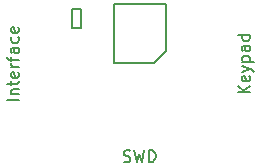
<source format=gbr>
G04 #@! TF.FileFunction,Other,Fab,Top*
%FSLAX46Y46*%
G04 Gerber Fmt 4.6, Leading zero omitted, Abs format (unit mm)*
G04 Created by KiCad (PCBNEW (2016-11-25 revision 30df041)-master) date Sun Nov 27 00:56:35 2016*
%MOMM*%
%LPD*%
G01*
G04 APERTURE LIST*
%ADD10C,0.100000*%
%ADD11C,0.150000*%
G04 APERTURE END LIST*
D10*
D11*
X142856000Y-98590000D02*
X142856000Y-96990000D01*
X142856000Y-96990000D02*
X143656000Y-96990000D01*
X143656000Y-96990000D02*
X143656000Y-98590000D01*
X143656000Y-98590000D02*
X142856000Y-98590000D01*
X150790000Y-100560000D02*
X149790000Y-101560000D01*
X150790000Y-96560000D02*
X150790000Y-100560000D01*
X146390000Y-96560000D02*
X150790000Y-96560000D01*
X146390000Y-101560000D02*
X146390000Y-96560000D01*
X149790000Y-101560000D02*
X146390000Y-101560000D01*
X157932380Y-104028571D02*
X156932380Y-104028571D01*
X157932380Y-103457142D02*
X157360952Y-103885714D01*
X156932380Y-103457142D02*
X157503809Y-104028571D01*
X157884761Y-102647619D02*
X157932380Y-102742857D01*
X157932380Y-102933333D01*
X157884761Y-103028571D01*
X157789523Y-103076190D01*
X157408571Y-103076190D01*
X157313333Y-103028571D01*
X157265714Y-102933333D01*
X157265714Y-102742857D01*
X157313333Y-102647619D01*
X157408571Y-102600000D01*
X157503809Y-102600000D01*
X157599047Y-103076190D01*
X157265714Y-102266666D02*
X157932380Y-102028571D01*
X157265714Y-101790476D02*
X157932380Y-102028571D01*
X158170476Y-102123809D01*
X158218095Y-102171428D01*
X158265714Y-102266666D01*
X157265714Y-101409523D02*
X158265714Y-101409523D01*
X157313333Y-101409523D02*
X157265714Y-101314285D01*
X157265714Y-101123809D01*
X157313333Y-101028571D01*
X157360952Y-100980952D01*
X157456190Y-100933333D01*
X157741904Y-100933333D01*
X157837142Y-100980952D01*
X157884761Y-101028571D01*
X157932380Y-101123809D01*
X157932380Y-101314285D01*
X157884761Y-101409523D01*
X157932380Y-100076190D02*
X157408571Y-100076190D01*
X157313333Y-100123809D01*
X157265714Y-100219047D01*
X157265714Y-100409523D01*
X157313333Y-100504761D01*
X157884761Y-100076190D02*
X157932380Y-100171428D01*
X157932380Y-100409523D01*
X157884761Y-100504761D01*
X157789523Y-100552380D01*
X157694285Y-100552380D01*
X157599047Y-100504761D01*
X157551428Y-100409523D01*
X157551428Y-100171428D01*
X157503809Y-100076190D01*
X157932380Y-99171428D02*
X156932380Y-99171428D01*
X157884761Y-99171428D02*
X157932380Y-99266666D01*
X157932380Y-99457142D01*
X157884761Y-99552380D01*
X157837142Y-99600000D01*
X157741904Y-99647619D01*
X157456190Y-99647619D01*
X157360952Y-99600000D01*
X157313333Y-99552380D01*
X157265714Y-99457142D01*
X157265714Y-99266666D01*
X157313333Y-99171428D01*
X138374380Y-104671428D02*
X137374380Y-104671428D01*
X137707714Y-104195238D02*
X138374380Y-104195238D01*
X137802952Y-104195238D02*
X137755333Y-104147619D01*
X137707714Y-104052380D01*
X137707714Y-103909523D01*
X137755333Y-103814285D01*
X137850571Y-103766666D01*
X138374380Y-103766666D01*
X137707714Y-103433333D02*
X137707714Y-103052380D01*
X137374380Y-103290476D02*
X138231523Y-103290476D01*
X138326761Y-103242857D01*
X138374380Y-103147619D01*
X138374380Y-103052380D01*
X138326761Y-102338095D02*
X138374380Y-102433333D01*
X138374380Y-102623809D01*
X138326761Y-102719047D01*
X138231523Y-102766666D01*
X137850571Y-102766666D01*
X137755333Y-102719047D01*
X137707714Y-102623809D01*
X137707714Y-102433333D01*
X137755333Y-102338095D01*
X137850571Y-102290476D01*
X137945809Y-102290476D01*
X138041047Y-102766666D01*
X138374380Y-101861904D02*
X137707714Y-101861904D01*
X137898190Y-101861904D02*
X137802952Y-101814285D01*
X137755333Y-101766666D01*
X137707714Y-101671428D01*
X137707714Y-101576190D01*
X137707714Y-101385714D02*
X137707714Y-101004761D01*
X138374380Y-101242857D02*
X137517238Y-101242857D01*
X137422000Y-101195238D01*
X137374380Y-101100000D01*
X137374380Y-101004761D01*
X138374380Y-100242857D02*
X137850571Y-100242857D01*
X137755333Y-100290476D01*
X137707714Y-100385714D01*
X137707714Y-100576190D01*
X137755333Y-100671428D01*
X138326761Y-100242857D02*
X138374380Y-100338095D01*
X138374380Y-100576190D01*
X138326761Y-100671428D01*
X138231523Y-100719047D01*
X138136285Y-100719047D01*
X138041047Y-100671428D01*
X137993428Y-100576190D01*
X137993428Y-100338095D01*
X137945809Y-100242857D01*
X138326761Y-99338095D02*
X138374380Y-99433333D01*
X138374380Y-99623809D01*
X138326761Y-99719047D01*
X138279142Y-99766666D01*
X138183904Y-99814285D01*
X137898190Y-99814285D01*
X137802952Y-99766666D01*
X137755333Y-99719047D01*
X137707714Y-99623809D01*
X137707714Y-99433333D01*
X137755333Y-99338095D01*
X138326761Y-98528571D02*
X138374380Y-98623809D01*
X138374380Y-98814285D01*
X138326761Y-98909523D01*
X138231523Y-98957142D01*
X137850571Y-98957142D01*
X137755333Y-98909523D01*
X137707714Y-98814285D01*
X137707714Y-98623809D01*
X137755333Y-98528571D01*
X137850571Y-98480952D01*
X137945809Y-98480952D01*
X138041047Y-98957142D01*
X147232857Y-109878761D02*
X147375714Y-109926380D01*
X147613809Y-109926380D01*
X147709047Y-109878761D01*
X147756666Y-109831142D01*
X147804285Y-109735904D01*
X147804285Y-109640666D01*
X147756666Y-109545428D01*
X147709047Y-109497809D01*
X147613809Y-109450190D01*
X147423333Y-109402571D01*
X147328095Y-109354952D01*
X147280476Y-109307333D01*
X147232857Y-109212095D01*
X147232857Y-109116857D01*
X147280476Y-109021619D01*
X147328095Y-108974000D01*
X147423333Y-108926380D01*
X147661428Y-108926380D01*
X147804285Y-108974000D01*
X148137619Y-108926380D02*
X148375714Y-109926380D01*
X148566190Y-109212095D01*
X148756666Y-109926380D01*
X148994761Y-108926380D01*
X149375714Y-109926380D02*
X149375714Y-108926380D01*
X149613809Y-108926380D01*
X149756666Y-108974000D01*
X149851904Y-109069238D01*
X149899523Y-109164476D01*
X149947142Y-109354952D01*
X149947142Y-109497809D01*
X149899523Y-109688285D01*
X149851904Y-109783523D01*
X149756666Y-109878761D01*
X149613809Y-109926380D01*
X149375714Y-109926380D01*
M02*

</source>
